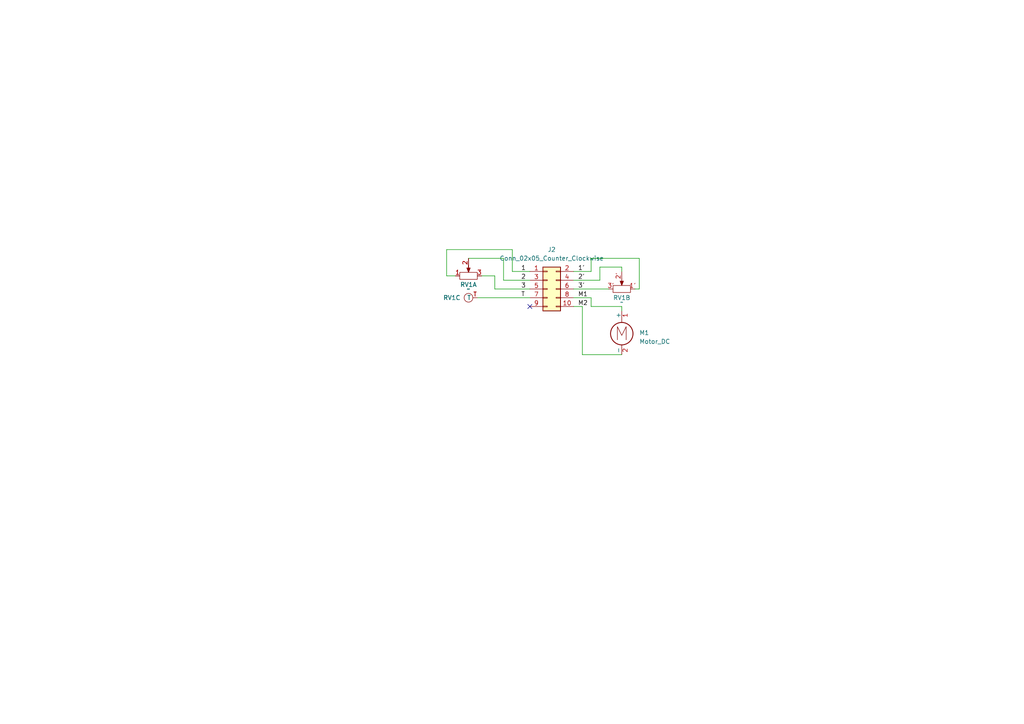
<source format=kicad_sch>
(kicad_sch (version 20231120) (generator "eeschema") (generator_version "8.0")
  (paper "A4")
  (title_block (title "Fader Breakout Board") (date "2024-09-19") (rev "1"))
  (lib_symbols
    (symbol "Connector_Generic:Conn_02x05_Odd_Even" (pin_names (offset 1.016) hide)
      (property "Reference" "J" (at 1.27 7.62 0))
      (property "Value" "Conn_02x05_Odd_Even" (at 1.27 -7.62 0))
      (symbol "Conn_02x05_Odd_Even_1_1"
        (rectangle (start -1.27 -4.953) (end 0 -5.207) (stroke (width 0.1524)))
        (rectangle (start -1.27 -2.413) (end 0 -2.667) (stroke (width 0.1524)))
        (rectangle (start -1.27 0.127) (end 0 -0.127) (stroke (width 0.1524)))
        (rectangle (start -1.27 2.667) (end 0 2.413) (stroke (width 0.1524)))
        (rectangle (start -1.27 5.207) (end 0 4.953) (stroke (width 0.1524)))
        (rectangle (start -1.27 6.35) (end 3.81 -6.35) (stroke (width 0.254)) (fill (type background)))
        (rectangle (start 3.81 -4.953) (end 2.54 -5.207) (stroke (width 0.1524)))
        (rectangle (start 3.81 -2.413) (end 2.54 -2.667) (stroke (width 0.1524)))
        (rectangle (start 3.81 0.127) (end 2.54 -0.127) (stroke (width 0.1524)))
        (rectangle (start 3.81 2.667) (end 2.54 2.413) (stroke (width 0.1524)))
        (rectangle (start 3.81 5.207) (end 2.54 4.953) (stroke (width 0.1524)))
        (pin passive line (at -5.08 5.08 0) (length 3.81) (name "Pin_1") (number "1"))
        (pin passive line (at 7.62 -5.08 180) (length 3.81) (name "Pin_10") (number "10"))
        (pin passive line (at 7.62 5.08 180) (length 3.81) (name "Pin_2") (number "2"))
        (pin passive line (at -5.08 2.54 0) (length 3.81) (name "Pin_3") (number "3"))
        (pin passive line (at 7.62 2.54 180) (length 3.81) (name "Pin_4") (number "4"))
        (pin passive line (at -5.08 0 0) (length 3.81) (name "Pin_5") (number "5"))
        (pin passive line (at 7.62 0 180) (length 3.81) (name "Pin_6") (number "6"))
        (pin passive line (at -5.08 -2.54 0) (length 3.81) (name "Pin_7") (number "7"))
        (pin passive line (at 7.62 -2.54 180) (length 3.81) (name "Pin_8") (number "8"))
        (pin passive line (at -5.08 -5.08 0) (length 3.81) (name "Pin_9") (number "9"))
      )
    )
    (symbol "Console:Fader_w/o_Motor"
      (property "Reference" "RV" (at 0 -2.54 0))
      (symbol "Fader_w/o_Motor_1_1"
        (rectangle (start -2.54 1.016) (end 2.54 -1.016))
        (polyline (pts (xy 0 2.794) (xy 0 2.032)))
        (polyline (pts (xy 0 3.048) (xy 0 2.032)))
        (polyline (pts (xy -0.508 2.286) (xy 0 1.016) (xy 0.508 2.286) (xy -0.508 2.286)) (fill (type color) (color 132 0 0 1)))
        (pin passive line (at -3.81 0 0) (length 1.27) (name "") (number "1"))
        (pin passive line (at 0 5.08 270) (length 2.54) (name "") (number "2"))
        (pin passive line (at 3.81 0 180) (length 1.27) (name "") (number "3"))
      )
      (symbol "Fader_w/o_Motor_2_1"
        (rectangle (start -2.54 1.016) (end 2.54 -1.016))
        (polyline (pts (xy 0 3.048) (xy 0 2.032)))
        (polyline (pts (xy -0.508 2.286) (xy 0 1.016) (xy 0.508 2.286) (xy -0.508 2.286)) (fill (type color) (color 132 0 0 1)))
        (pin passive line (at -3.81 0 0) (length 1.27) (name "") (number "1'"))
        (pin passive line (at 0 5.08 270) (length 2.54) (name "") (number "2'"))
        (pin passive line (at 3.81 0 180) (length 1.27) (name "") (number "3'"))
      )
      (symbol "Fader_w/o_Motor_3_1"
        (circle (center 0 0) (radius 1.27))
        (pin passive line (at -2.54 0 0) (length 1.27) (name "T") (number "T"))
      )
    )
    (symbol "Motor:Motor_DC" (pin_names (offset 0))
      (property "Reference" "M" (at 2.54 2.54 0))
      (property "Value" "Motor_DC" (at 2.54 -5.08 0))
      (symbol "Motor_DC_0_0"
        (polyline (pts (xy -1.27 -3.302) (xy -1.27 0.508) (xy 0 -2.032) (xy 1.27 0.508) (xy 1.27 -3.302)))
      )
      (symbol "Motor_DC_0_1"
        (circle (center 0 -1.524) (radius 3.2512) (stroke (width 0.254)))
        (polyline (pts (xy 0 -7.62) (xy 0 -7.112)))
        (polyline (pts (xy 0 -4.7752) (xy 0 -5.1816)))
        (polyline (pts (xy 0 1.7272) (xy 0 2.0828)))
        (polyline (pts (xy 0 2.032) (xy 0 2.54)))
      )
      (symbol "Motor_DC_1_1"
        (pin passive line (at 0 5.08 270) (length 2.54) (name "+") (number "1"))
        (pin passive line (at 0 -7.62 90) (length 2.54) (name "-") (number "2"))
      )
    )
  )
  (no_connect (at 153.67 88.9))
  (wire (pts (xy 180.34 77.47) (xy 180.34 78.74)))
  (wire (pts (xy 135.89 74.93) (xy 146.05 74.93)))
  (wire (pts (xy 148.59 78.74) (xy 153.67 78.74)))
  (wire (pts (xy 184.15 83.82) (xy 185.42 83.82)))
  (wire (pts (xy 132.08 80.01) (xy 129.54 80.01)))
  (wire (pts (xy 171.45 74.93) (xy 171.45 78.74)))
  (wire (pts (xy 129.54 80.01) (xy 129.54 72.39)))
  (wire (pts (xy 138.43 86.36) (xy 153.67 86.36)))
  (wire (pts (xy 168.91 102.87) (xy 168.91 88.9)))
  (wire (pts (xy 143.51 80.01) (xy 143.51 83.82)))
  (wire (pts (xy 166.37 83.82) (xy 176.53 83.82)))
  (wire (pts (xy 185.42 83.82) (xy 185.42 74.93)))
  (wire (pts (xy 139.7 80.01) (xy 143.51 80.01)))
  (wire (pts (xy 148.59 72.39) (xy 148.59 78.74)))
  (wire (pts (xy 173.99 77.47) (xy 173.99 81.28)))
  (wire (pts (xy 168.91 88.9) (xy 166.37 88.9)))
  (wire (pts (xy 129.54 72.39) (xy 148.59 72.39)))
  (wire (pts (xy 180.34 88.9) (xy 171.45 88.9)))
  (wire (pts (xy 180.34 77.47) (xy 173.99 77.47)))
  (wire (pts (xy 171.45 88.9) (xy 171.45 86.36)))
  (wire (pts (xy 173.99 81.28) (xy 166.37 81.28)))
  (wire (pts (xy 180.34 102.87) (xy 168.91 102.87)))
  (wire (pts (xy 143.51 83.82) (xy 153.67 83.82)))
  (wire (pts (xy 146.05 74.93) (xy 146.05 81.28)))
  (wire (pts (xy 185.42 74.93) (xy 171.45 74.93)))
  (wire (pts (xy 146.05 81.28) (xy 153.67 81.28)))
  (wire (pts (xy 171.45 78.74) (xy 166.37 78.74)))
  (wire (pts (xy 171.45 86.36) (xy 166.37 86.36)))
  (wire (pts (xy 180.34 88.9) (xy 180.34 90.17)))
  (label "M1" (at 167.64 86.36 0))
  (label "2" (at 151.13 81.28 0))
  (label "1" (at 151.13 78.74 0))
  (label "1'" (at 167.64 78.74 0))
  (label "2'" (at 167.64 81.28 0))
  (label "T" (at 151.13 86.36 0))
  (label "M2" (at 167.64 88.9 0))
  (label "3'" (at 167.64 83.82 0))
  (label "3" (at 151.13 83.82 0))
  (symbol (lib_id "Motor:Motor_DC") (at 180.34 95.25 0) (unit 1)
    (property "Reference" "M1" (at 185.42 96.5199 0) (effects (justify left)))
    (property "Value" "Motor_DC" (at 185.42 99.0599 0) (effects (justify left)))
    (property "Footprint" "Connector_Wire:SolderWire-0.5sqmm_1x02_P4.8mm_D0.9mm_OD2.3mm" (effects (hide yes)))
    (property "Description" "DC Motor" (effects (hide yes)))
  )
  (symbol (lib_id "Console:Fader_w/o_Motor") (at 180.34 83.82 0) (mirror y) (unit 2)
    (property "Reference" "RV1" (at 180.34 86.36 0))
    (property "Value" "~" (at 180.34 87.63 0))
    (property "Footprint" "Console:Motorfader" (effects (hide yes)))
  )
  (symbol (lib_id "Console:Fader_w/o_Motor") (at 135.89 80.01 0) (unit 1)
    (property "Reference" "RV1" (at 135.89 82.55 0))
    (property "Value" "~" (at 135.89 83.82 0))
    (property "Footprint" "Console:Motorfader" (effects (hide yes)))
  )
  (symbol (lib_id "Console:Fader_w/o_Motor") (at 135.89 86.36 180) (unit 3)
    (property "Reference" "RV1" (at 131.064 86.36 0))
    (property "Value" "~" (at 135.89 83.82 0))
    (property "Footprint" "Console:Motorfader" (effects (hide yes)))
  )
  (symbol (lib_id "Connector_Generic:Conn_02x05_Odd_Even") (at 158.75 83.82 0) (unit 1)
    (property "Reference" "J2" (at 160.02 72.39 0))
    (property "Value" "Conn_02x05_Counter_Clockwise" (at 160.02 74.93 0))
    (property "Footprint" "Connector_PinHeader_2.54mm:PinHeader_2x05_P2.54mm_Vertical" (effects (hide yes)))
    (property "Description" "Generic connector, double row, 02x05, odd/even pin numbering scheme (row 1 odd numbers, row 2 even numbers), script generated (kicad-library-utils/schlib/autogen/connector/)" (effects (hide yes)))
  )
)
</source>
